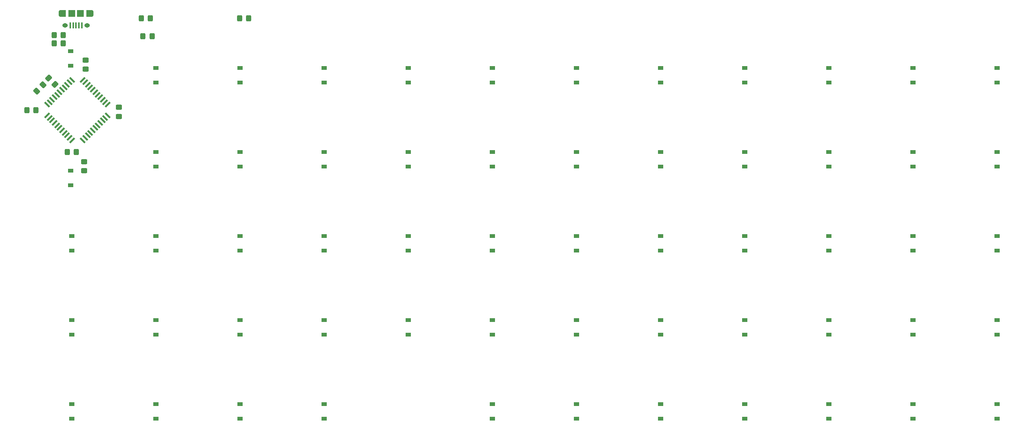
<source format=gbr>
G04 #@! TF.GenerationSoftware,KiCad,Pcbnew,(6.0.4)*
G04 #@! TF.CreationDate,2023-01-11T07:52:03+01:00*
G04 #@! TF.ProjectId,keyboard,6b657962-6f61-4726-942e-6b696361645f,rev?*
G04 #@! TF.SameCoordinates,Original*
G04 #@! TF.FileFunction,Paste,Bot*
G04 #@! TF.FilePolarity,Positive*
%FSLAX46Y46*%
G04 Gerber Fmt 4.6, Leading zero omitted, Abs format (unit mm)*
G04 Created by KiCad (PCBNEW (6.0.4)) date 2023-01-11 07:52:03*
%MOMM*%
%LPD*%
G01*
G04 APERTURE LIST*
G04 Aperture macros list*
%AMRoundRect*
0 Rectangle with rounded corners*
0 $1 Rounding radius*
0 $2 $3 $4 $5 $6 $7 $8 $9 X,Y pos of 4 corners*
0 Add a 4 corners polygon primitive as box body*
4,1,4,$2,$3,$4,$5,$6,$7,$8,$9,$2,$3,0*
0 Add four circle primitives for the rounded corners*
1,1,$1+$1,$2,$3*
1,1,$1+$1,$4,$5*
1,1,$1+$1,$6,$7*
1,1,$1+$1,$8,$9*
0 Add four rect primitives between the rounded corners*
20,1,$1+$1,$2,$3,$4,$5,0*
20,1,$1+$1,$4,$5,$6,$7,0*
20,1,$1+$1,$6,$7,$8,$9,0*
20,1,$1+$1,$8,$9,$2,$3,0*%
%AMRotRect*
0 Rectangle, with rotation*
0 The origin of the aperture is its center*
0 $1 length*
0 $2 width*
0 $3 Rotation angle, in degrees counterclockwise*
0 Add horizontal line*
21,1,$1,$2,0,0,$3*%
G04 Aperture macros list end*
%ADD10RoundRect,0.250000X0.325000X0.450000X-0.325000X0.450000X-0.325000X-0.450000X0.325000X-0.450000X0*%
%ADD11RoundRect,0.250000X0.450000X-0.325000X0.450000X0.325000X-0.450000X0.325000X-0.450000X-0.325000X0*%
%ADD12RoundRect,0.250000X-0.548008X-0.088388X-0.088388X-0.548008X0.548008X0.088388X0.088388X0.548008X0*%
%ADD13RoundRect,0.250000X0.088388X-0.548008X0.548008X-0.088388X-0.088388X0.548008X-0.548008X0.088388X0*%
%ADD14O,1.250000X0.950000*%
%ADD15O,0.890000X1.550000*%
%ADD16R,0.400000X1.350000*%
%ADD17R,1.200000X1.550000*%
%ADD18R,1.500000X1.550000*%
%ADD19RoundRect,0.250000X-0.325000X-0.450000X0.325000X-0.450000X0.325000X0.450000X-0.325000X0.450000X0*%
%ADD20RotRect,1.524000X0.406400X315.000000*%
%ADD21RotRect,0.406400X1.524000X315.000000*%
%ADD22R,1.200000X0.900000*%
G04 APERTURE END LIST*
D10*
X57625000Y-89300000D03*
X55575000Y-89300000D03*
X66725000Y-98800000D03*
X64675000Y-98800000D03*
D11*
X76400000Y-90725000D03*
X76400000Y-88675000D03*
X68900000Y-80025000D03*
X68900000Y-77975000D03*
D12*
X60475216Y-82075216D03*
X61924784Y-83524784D03*
D13*
X57775216Y-85024784D03*
X59224784Y-83575216D03*
D14*
X64200000Y-70100000D03*
D15*
X63200000Y-67400000D03*
D14*
X69200000Y-70100000D03*
D15*
X70200000Y-67400000D03*
D16*
X65400000Y-70100000D03*
X66050000Y-70100000D03*
X66700000Y-70100000D03*
X67350000Y-70100000D03*
X68000000Y-70100000D03*
D17*
X63800000Y-67400000D03*
X69600000Y-67400000D03*
D18*
X65700000Y-67400000D03*
X67700000Y-67400000D03*
D19*
X81850000Y-72600000D03*
X83900000Y-72600000D03*
X61775000Y-74200000D03*
X63825000Y-74200000D03*
X61775000Y-72300000D03*
X63825000Y-72300000D03*
D11*
X68500000Y-103025000D03*
X68500000Y-100975000D03*
D20*
X60130104Y-88087665D03*
X60695860Y-87521909D03*
X61261616Y-86956153D03*
X61827372Y-86390397D03*
X62393129Y-85824641D03*
X62958885Y-85258885D03*
X63524641Y-84693129D03*
X64090397Y-84127372D03*
X64656153Y-83561616D03*
X65221909Y-82995860D03*
X65787665Y-82430104D03*
D21*
X68212335Y-82430104D03*
X68778091Y-82995860D03*
X69343847Y-83561616D03*
X69909603Y-84127372D03*
X70475359Y-84693129D03*
X71041115Y-85258885D03*
X71606871Y-85824641D03*
X72172628Y-86390397D03*
X72738384Y-86956153D03*
X73304140Y-87521909D03*
X73869896Y-88087665D03*
D20*
X73869896Y-90512335D03*
X73304140Y-91078091D03*
X72738384Y-91643847D03*
X72172628Y-92209603D03*
X71606871Y-92775359D03*
X71041115Y-93341115D03*
X70475359Y-93906871D03*
X69909603Y-94472628D03*
X69343847Y-95038384D03*
X68778091Y-95604140D03*
X68212335Y-96169896D03*
D21*
X65787665Y-96169896D03*
X65221909Y-95604140D03*
X64656153Y-95038384D03*
X64090397Y-94472628D03*
X63524641Y-93906871D03*
X62958885Y-93341115D03*
X62393129Y-92775359D03*
X61827372Y-92209603D03*
X61261616Y-91643847D03*
X60695860Y-91078091D03*
X60130104Y-90512335D03*
D10*
X83525000Y-68475001D03*
X81475000Y-68475001D03*
X105775000Y-68500000D03*
X103725000Y-68500000D03*
D22*
X218150000Y-102125000D03*
X218150000Y-98825000D03*
X161000000Y-121175000D03*
X161000000Y-117875000D03*
X180050000Y-83075000D03*
X180050000Y-79775000D03*
X103850000Y-140225000D03*
X103850000Y-136925000D03*
X237200000Y-102125000D03*
X237200000Y-98825000D03*
X275300000Y-121175000D03*
X275300000Y-117875000D03*
X141950000Y-140225000D03*
X141950000Y-136925000D03*
X237200000Y-140225000D03*
X237200000Y-136925000D03*
X218150000Y-140225000D03*
X218150000Y-136925000D03*
X256250000Y-102125000D03*
X256250000Y-98825000D03*
X84800000Y-83075000D03*
X84800000Y-79775000D03*
X65750000Y-159275000D03*
X65750000Y-155975000D03*
X218150000Y-121175000D03*
X218150000Y-117875000D03*
X180050000Y-102125000D03*
X180050000Y-98825000D03*
X161000000Y-140225000D03*
X161000000Y-136925000D03*
X103850000Y-102125000D03*
X103850000Y-98825000D03*
X237200000Y-83075000D03*
X237200000Y-79775000D03*
X103850000Y-159275000D03*
X103850000Y-155975000D03*
X199100000Y-83075000D03*
X199100000Y-79775000D03*
X122900000Y-121175000D03*
X122900000Y-117875000D03*
X122900000Y-159275000D03*
X122900000Y-155975000D03*
X218150000Y-159275000D03*
X218150000Y-155975000D03*
X218150000Y-83075000D03*
X218150000Y-79775000D03*
X275300000Y-140225000D03*
X275300000Y-136925000D03*
X275300000Y-83075000D03*
X275300000Y-79775000D03*
X180050000Y-159275000D03*
X180050000Y-155975000D03*
X256250000Y-83075000D03*
X256250000Y-79775000D03*
X180050000Y-140225000D03*
X180050000Y-136925000D03*
X237200000Y-159275000D03*
X237200000Y-155975000D03*
X122900000Y-83075000D03*
X122900000Y-79775000D03*
X141950000Y-121175000D03*
X141950000Y-117875000D03*
X275300000Y-102125000D03*
X275300000Y-98825000D03*
X256250000Y-121175000D03*
X256250000Y-117875000D03*
X256250000Y-159275000D03*
X256250000Y-155975000D03*
X161000000Y-83075000D03*
X161000000Y-79775000D03*
X65500000Y-106350000D03*
X65500000Y-103050000D03*
X256250000Y-140225000D03*
X256250000Y-136925000D03*
X237200000Y-121175000D03*
X237200000Y-117875000D03*
X65750000Y-140225000D03*
X65750000Y-136925000D03*
X275300000Y-159275000D03*
X275300000Y-155975000D03*
X103850000Y-121175000D03*
X103850000Y-117875000D03*
X84800000Y-102125000D03*
X84800000Y-98825000D03*
X199100000Y-121175000D03*
X199100000Y-117875000D03*
X161000000Y-159275000D03*
X161000000Y-155975000D03*
X84800000Y-140225000D03*
X84800000Y-136925000D03*
X84800000Y-121175000D03*
X84800000Y-117875000D03*
X199100000Y-102125000D03*
X199100000Y-98825000D03*
X161000000Y-102125000D03*
X161000000Y-98825000D03*
X122900000Y-140225000D03*
X122900000Y-136925000D03*
X103850000Y-83075000D03*
X103850000Y-79775000D03*
X65750000Y-121175000D03*
X65750000Y-117875000D03*
X199100000Y-159275000D03*
X199100000Y-155975000D03*
X122900000Y-102125000D03*
X122900000Y-98825000D03*
X199100000Y-140225000D03*
X199100000Y-136925000D03*
X180050000Y-121175000D03*
X180050000Y-117875000D03*
X65500000Y-79250000D03*
X65500000Y-75950000D03*
X141950000Y-102125000D03*
X141950000Y-98825000D03*
X84800000Y-159275000D03*
X84800000Y-155975000D03*
X141950000Y-83075000D03*
X141950000Y-79775000D03*
M02*

</source>
